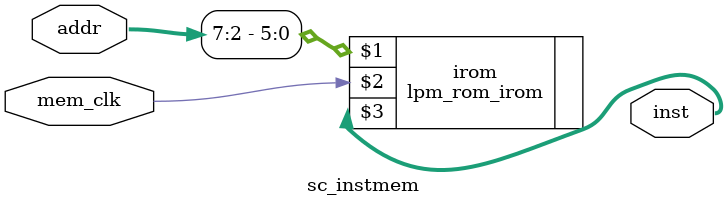
<source format=v>
module sc_instmem (addr,inst,mem_clk);
   input  [31:0] addr;
   input         mem_clk;
   output [31:0] inst;
   //wire          imem_clk;
   //assign  imem_clk =  mem_clk ;      
   lpm_rom_irom irom (addr[7:2],mem_clk,inst); 
   

endmodule 
</source>
